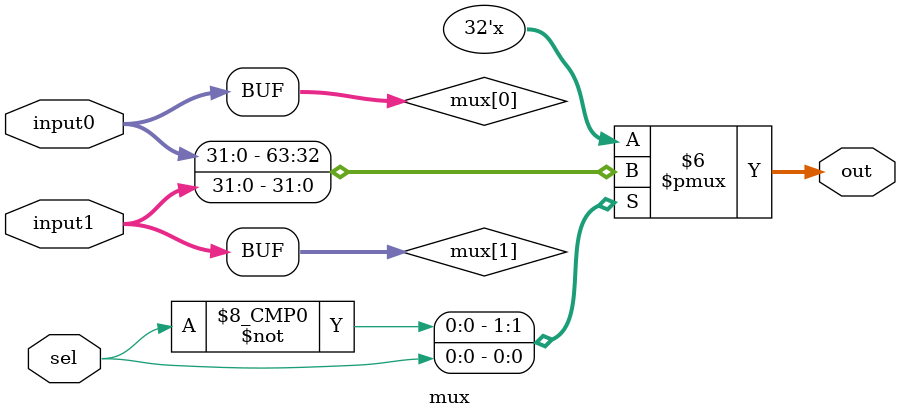
<source format=v>

module mux
#(
	parameter data_width = 32
)
(
output[data_width-1:0]  out,
input         sel,
input[data_width-1:0]   input0, input1
);

  wire[data_width-1:0] mux[1:0];			// Create a 2D array of wires
  assign mux[0]  = input0;		// Connect the sources of the array
  assign mux[1]  = input1;
  assign out = mux[sel];	// Connect the output of the array
endmodule

</source>
